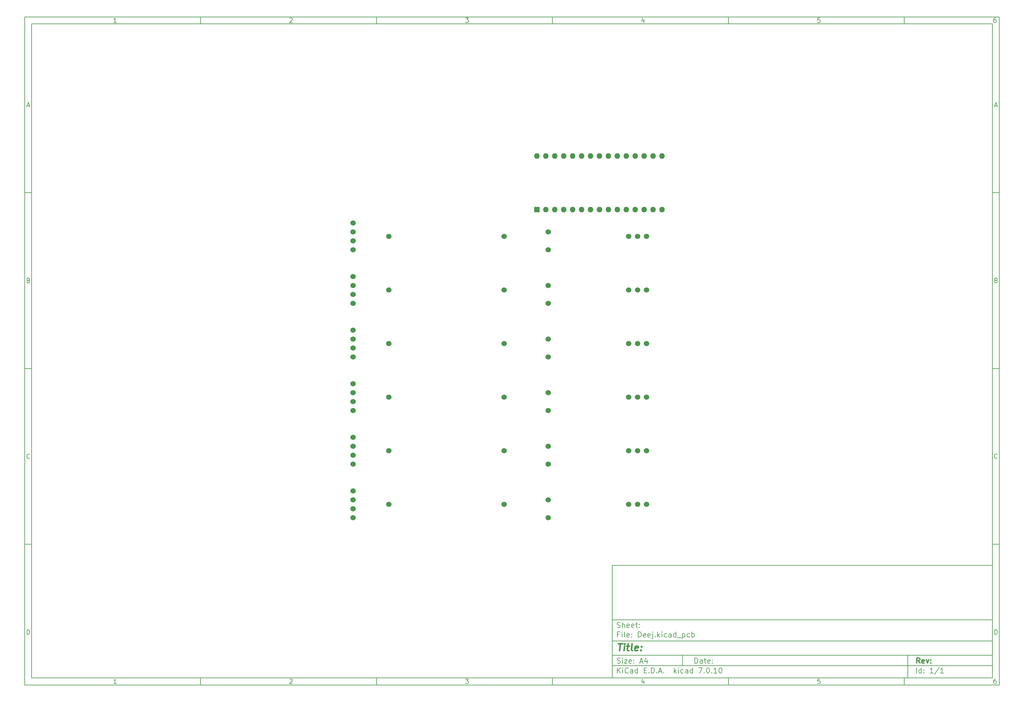
<source format=gbr>
%TF.GenerationSoftware,KiCad,Pcbnew,7.0.10*%
%TF.CreationDate,2024-01-20T21:13:39+08:00*%
%TF.ProjectId,Deej,4465656a-2e6b-4696-9361-645f70636258,rev?*%
%TF.SameCoordinates,Original*%
%TF.FileFunction,Soldermask,Bot*%
%TF.FilePolarity,Negative*%
%FSLAX46Y46*%
G04 Gerber Fmt 4.6, Leading zero omitted, Abs format (unit mm)*
G04 Created by KiCad (PCBNEW 7.0.10) date 2024-01-20 21:13:39*
%MOMM*%
%LPD*%
G01*
G04 APERTURE LIST*
%ADD10C,0.100000*%
%ADD11C,0.150000*%
%ADD12C,0.300000*%
%ADD13C,0.400000*%
%ADD14C,1.524000*%
%ADD15R,1.600000X1.600000*%
%ADD16O,1.600000X1.600000*%
G04 APERTURE END LIST*
D10*
D11*
X177002200Y-166007200D02*
X285002200Y-166007200D01*
X285002200Y-198007200D01*
X177002200Y-198007200D01*
X177002200Y-166007200D01*
D10*
D11*
X10000000Y-10000000D02*
X287002200Y-10000000D01*
X287002200Y-200007200D01*
X10000000Y-200007200D01*
X10000000Y-10000000D01*
D10*
D11*
X12000000Y-12000000D02*
X285002200Y-12000000D01*
X285002200Y-198007200D01*
X12000000Y-198007200D01*
X12000000Y-12000000D01*
D10*
D11*
X60000000Y-12000000D02*
X60000000Y-10000000D01*
D10*
D11*
X110000000Y-12000000D02*
X110000000Y-10000000D01*
D10*
D11*
X160000000Y-12000000D02*
X160000000Y-10000000D01*
D10*
D11*
X210000000Y-12000000D02*
X210000000Y-10000000D01*
D10*
D11*
X260000000Y-12000000D02*
X260000000Y-10000000D01*
D10*
D11*
X36089160Y-11593604D02*
X35346303Y-11593604D01*
X35717731Y-11593604D02*
X35717731Y-10293604D01*
X35717731Y-10293604D02*
X35593922Y-10479319D01*
X35593922Y-10479319D02*
X35470112Y-10603128D01*
X35470112Y-10603128D02*
X35346303Y-10665033D01*
D10*
D11*
X85346303Y-10417414D02*
X85408207Y-10355509D01*
X85408207Y-10355509D02*
X85532017Y-10293604D01*
X85532017Y-10293604D02*
X85841541Y-10293604D01*
X85841541Y-10293604D02*
X85965350Y-10355509D01*
X85965350Y-10355509D02*
X86027255Y-10417414D01*
X86027255Y-10417414D02*
X86089160Y-10541223D01*
X86089160Y-10541223D02*
X86089160Y-10665033D01*
X86089160Y-10665033D02*
X86027255Y-10850747D01*
X86027255Y-10850747D02*
X85284398Y-11593604D01*
X85284398Y-11593604D02*
X86089160Y-11593604D01*
D10*
D11*
X135284398Y-10293604D02*
X136089160Y-10293604D01*
X136089160Y-10293604D02*
X135655826Y-10788842D01*
X135655826Y-10788842D02*
X135841541Y-10788842D01*
X135841541Y-10788842D02*
X135965350Y-10850747D01*
X135965350Y-10850747D02*
X136027255Y-10912652D01*
X136027255Y-10912652D02*
X136089160Y-11036461D01*
X136089160Y-11036461D02*
X136089160Y-11345985D01*
X136089160Y-11345985D02*
X136027255Y-11469795D01*
X136027255Y-11469795D02*
X135965350Y-11531700D01*
X135965350Y-11531700D02*
X135841541Y-11593604D01*
X135841541Y-11593604D02*
X135470112Y-11593604D01*
X135470112Y-11593604D02*
X135346303Y-11531700D01*
X135346303Y-11531700D02*
X135284398Y-11469795D01*
D10*
D11*
X185965350Y-10726938D02*
X185965350Y-11593604D01*
X185655826Y-10231700D02*
X185346303Y-11160271D01*
X185346303Y-11160271D02*
X186151064Y-11160271D01*
D10*
D11*
X236027255Y-10293604D02*
X235408207Y-10293604D01*
X235408207Y-10293604D02*
X235346303Y-10912652D01*
X235346303Y-10912652D02*
X235408207Y-10850747D01*
X235408207Y-10850747D02*
X235532017Y-10788842D01*
X235532017Y-10788842D02*
X235841541Y-10788842D01*
X235841541Y-10788842D02*
X235965350Y-10850747D01*
X235965350Y-10850747D02*
X236027255Y-10912652D01*
X236027255Y-10912652D02*
X236089160Y-11036461D01*
X236089160Y-11036461D02*
X236089160Y-11345985D01*
X236089160Y-11345985D02*
X236027255Y-11469795D01*
X236027255Y-11469795D02*
X235965350Y-11531700D01*
X235965350Y-11531700D02*
X235841541Y-11593604D01*
X235841541Y-11593604D02*
X235532017Y-11593604D01*
X235532017Y-11593604D02*
X235408207Y-11531700D01*
X235408207Y-11531700D02*
X235346303Y-11469795D01*
D10*
D11*
X285965350Y-10293604D02*
X285717731Y-10293604D01*
X285717731Y-10293604D02*
X285593922Y-10355509D01*
X285593922Y-10355509D02*
X285532017Y-10417414D01*
X285532017Y-10417414D02*
X285408207Y-10603128D01*
X285408207Y-10603128D02*
X285346303Y-10850747D01*
X285346303Y-10850747D02*
X285346303Y-11345985D01*
X285346303Y-11345985D02*
X285408207Y-11469795D01*
X285408207Y-11469795D02*
X285470112Y-11531700D01*
X285470112Y-11531700D02*
X285593922Y-11593604D01*
X285593922Y-11593604D02*
X285841541Y-11593604D01*
X285841541Y-11593604D02*
X285965350Y-11531700D01*
X285965350Y-11531700D02*
X286027255Y-11469795D01*
X286027255Y-11469795D02*
X286089160Y-11345985D01*
X286089160Y-11345985D02*
X286089160Y-11036461D01*
X286089160Y-11036461D02*
X286027255Y-10912652D01*
X286027255Y-10912652D02*
X285965350Y-10850747D01*
X285965350Y-10850747D02*
X285841541Y-10788842D01*
X285841541Y-10788842D02*
X285593922Y-10788842D01*
X285593922Y-10788842D02*
X285470112Y-10850747D01*
X285470112Y-10850747D02*
X285408207Y-10912652D01*
X285408207Y-10912652D02*
X285346303Y-11036461D01*
D10*
D11*
X60000000Y-198007200D02*
X60000000Y-200007200D01*
D10*
D11*
X110000000Y-198007200D02*
X110000000Y-200007200D01*
D10*
D11*
X160000000Y-198007200D02*
X160000000Y-200007200D01*
D10*
D11*
X210000000Y-198007200D02*
X210000000Y-200007200D01*
D10*
D11*
X260000000Y-198007200D02*
X260000000Y-200007200D01*
D10*
D11*
X36089160Y-199600804D02*
X35346303Y-199600804D01*
X35717731Y-199600804D02*
X35717731Y-198300804D01*
X35717731Y-198300804D02*
X35593922Y-198486519D01*
X35593922Y-198486519D02*
X35470112Y-198610328D01*
X35470112Y-198610328D02*
X35346303Y-198672233D01*
D10*
D11*
X85346303Y-198424614D02*
X85408207Y-198362709D01*
X85408207Y-198362709D02*
X85532017Y-198300804D01*
X85532017Y-198300804D02*
X85841541Y-198300804D01*
X85841541Y-198300804D02*
X85965350Y-198362709D01*
X85965350Y-198362709D02*
X86027255Y-198424614D01*
X86027255Y-198424614D02*
X86089160Y-198548423D01*
X86089160Y-198548423D02*
X86089160Y-198672233D01*
X86089160Y-198672233D02*
X86027255Y-198857947D01*
X86027255Y-198857947D02*
X85284398Y-199600804D01*
X85284398Y-199600804D02*
X86089160Y-199600804D01*
D10*
D11*
X135284398Y-198300804D02*
X136089160Y-198300804D01*
X136089160Y-198300804D02*
X135655826Y-198796042D01*
X135655826Y-198796042D02*
X135841541Y-198796042D01*
X135841541Y-198796042D02*
X135965350Y-198857947D01*
X135965350Y-198857947D02*
X136027255Y-198919852D01*
X136027255Y-198919852D02*
X136089160Y-199043661D01*
X136089160Y-199043661D02*
X136089160Y-199353185D01*
X136089160Y-199353185D02*
X136027255Y-199476995D01*
X136027255Y-199476995D02*
X135965350Y-199538900D01*
X135965350Y-199538900D02*
X135841541Y-199600804D01*
X135841541Y-199600804D02*
X135470112Y-199600804D01*
X135470112Y-199600804D02*
X135346303Y-199538900D01*
X135346303Y-199538900D02*
X135284398Y-199476995D01*
D10*
D11*
X185965350Y-198734138D02*
X185965350Y-199600804D01*
X185655826Y-198238900D02*
X185346303Y-199167471D01*
X185346303Y-199167471D02*
X186151064Y-199167471D01*
D10*
D11*
X236027255Y-198300804D02*
X235408207Y-198300804D01*
X235408207Y-198300804D02*
X235346303Y-198919852D01*
X235346303Y-198919852D02*
X235408207Y-198857947D01*
X235408207Y-198857947D02*
X235532017Y-198796042D01*
X235532017Y-198796042D02*
X235841541Y-198796042D01*
X235841541Y-198796042D02*
X235965350Y-198857947D01*
X235965350Y-198857947D02*
X236027255Y-198919852D01*
X236027255Y-198919852D02*
X236089160Y-199043661D01*
X236089160Y-199043661D02*
X236089160Y-199353185D01*
X236089160Y-199353185D02*
X236027255Y-199476995D01*
X236027255Y-199476995D02*
X235965350Y-199538900D01*
X235965350Y-199538900D02*
X235841541Y-199600804D01*
X235841541Y-199600804D02*
X235532017Y-199600804D01*
X235532017Y-199600804D02*
X235408207Y-199538900D01*
X235408207Y-199538900D02*
X235346303Y-199476995D01*
D10*
D11*
X285965350Y-198300804D02*
X285717731Y-198300804D01*
X285717731Y-198300804D02*
X285593922Y-198362709D01*
X285593922Y-198362709D02*
X285532017Y-198424614D01*
X285532017Y-198424614D02*
X285408207Y-198610328D01*
X285408207Y-198610328D02*
X285346303Y-198857947D01*
X285346303Y-198857947D02*
X285346303Y-199353185D01*
X285346303Y-199353185D02*
X285408207Y-199476995D01*
X285408207Y-199476995D02*
X285470112Y-199538900D01*
X285470112Y-199538900D02*
X285593922Y-199600804D01*
X285593922Y-199600804D02*
X285841541Y-199600804D01*
X285841541Y-199600804D02*
X285965350Y-199538900D01*
X285965350Y-199538900D02*
X286027255Y-199476995D01*
X286027255Y-199476995D02*
X286089160Y-199353185D01*
X286089160Y-199353185D02*
X286089160Y-199043661D01*
X286089160Y-199043661D02*
X286027255Y-198919852D01*
X286027255Y-198919852D02*
X285965350Y-198857947D01*
X285965350Y-198857947D02*
X285841541Y-198796042D01*
X285841541Y-198796042D02*
X285593922Y-198796042D01*
X285593922Y-198796042D02*
X285470112Y-198857947D01*
X285470112Y-198857947D02*
X285408207Y-198919852D01*
X285408207Y-198919852D02*
X285346303Y-199043661D01*
D10*
D11*
X10000000Y-60000000D02*
X12000000Y-60000000D01*
D10*
D11*
X10000000Y-110000000D02*
X12000000Y-110000000D01*
D10*
D11*
X10000000Y-160000000D02*
X12000000Y-160000000D01*
D10*
D11*
X10690476Y-35222176D02*
X11309523Y-35222176D01*
X10566666Y-35593604D02*
X10999999Y-34293604D01*
X10999999Y-34293604D02*
X11433333Y-35593604D01*
D10*
D11*
X11092857Y-84912652D02*
X11278571Y-84974557D01*
X11278571Y-84974557D02*
X11340476Y-85036461D01*
X11340476Y-85036461D02*
X11402380Y-85160271D01*
X11402380Y-85160271D02*
X11402380Y-85345985D01*
X11402380Y-85345985D02*
X11340476Y-85469795D01*
X11340476Y-85469795D02*
X11278571Y-85531700D01*
X11278571Y-85531700D02*
X11154761Y-85593604D01*
X11154761Y-85593604D02*
X10659523Y-85593604D01*
X10659523Y-85593604D02*
X10659523Y-84293604D01*
X10659523Y-84293604D02*
X11092857Y-84293604D01*
X11092857Y-84293604D02*
X11216666Y-84355509D01*
X11216666Y-84355509D02*
X11278571Y-84417414D01*
X11278571Y-84417414D02*
X11340476Y-84541223D01*
X11340476Y-84541223D02*
X11340476Y-84665033D01*
X11340476Y-84665033D02*
X11278571Y-84788842D01*
X11278571Y-84788842D02*
X11216666Y-84850747D01*
X11216666Y-84850747D02*
X11092857Y-84912652D01*
X11092857Y-84912652D02*
X10659523Y-84912652D01*
D10*
D11*
X11402380Y-135469795D02*
X11340476Y-135531700D01*
X11340476Y-135531700D02*
X11154761Y-135593604D01*
X11154761Y-135593604D02*
X11030952Y-135593604D01*
X11030952Y-135593604D02*
X10845238Y-135531700D01*
X10845238Y-135531700D02*
X10721428Y-135407890D01*
X10721428Y-135407890D02*
X10659523Y-135284080D01*
X10659523Y-135284080D02*
X10597619Y-135036461D01*
X10597619Y-135036461D02*
X10597619Y-134850747D01*
X10597619Y-134850747D02*
X10659523Y-134603128D01*
X10659523Y-134603128D02*
X10721428Y-134479319D01*
X10721428Y-134479319D02*
X10845238Y-134355509D01*
X10845238Y-134355509D02*
X11030952Y-134293604D01*
X11030952Y-134293604D02*
X11154761Y-134293604D01*
X11154761Y-134293604D02*
X11340476Y-134355509D01*
X11340476Y-134355509D02*
X11402380Y-134417414D01*
D10*
D11*
X10659523Y-185593604D02*
X10659523Y-184293604D01*
X10659523Y-184293604D02*
X10969047Y-184293604D01*
X10969047Y-184293604D02*
X11154761Y-184355509D01*
X11154761Y-184355509D02*
X11278571Y-184479319D01*
X11278571Y-184479319D02*
X11340476Y-184603128D01*
X11340476Y-184603128D02*
X11402380Y-184850747D01*
X11402380Y-184850747D02*
X11402380Y-185036461D01*
X11402380Y-185036461D02*
X11340476Y-185284080D01*
X11340476Y-185284080D02*
X11278571Y-185407890D01*
X11278571Y-185407890D02*
X11154761Y-185531700D01*
X11154761Y-185531700D02*
X10969047Y-185593604D01*
X10969047Y-185593604D02*
X10659523Y-185593604D01*
D10*
D11*
X287002200Y-60000000D02*
X285002200Y-60000000D01*
D10*
D11*
X287002200Y-110000000D02*
X285002200Y-110000000D01*
D10*
D11*
X287002200Y-160000000D02*
X285002200Y-160000000D01*
D10*
D11*
X285692676Y-35222176D02*
X286311723Y-35222176D01*
X285568866Y-35593604D02*
X286002199Y-34293604D01*
X286002199Y-34293604D02*
X286435533Y-35593604D01*
D10*
D11*
X286095057Y-84912652D02*
X286280771Y-84974557D01*
X286280771Y-84974557D02*
X286342676Y-85036461D01*
X286342676Y-85036461D02*
X286404580Y-85160271D01*
X286404580Y-85160271D02*
X286404580Y-85345985D01*
X286404580Y-85345985D02*
X286342676Y-85469795D01*
X286342676Y-85469795D02*
X286280771Y-85531700D01*
X286280771Y-85531700D02*
X286156961Y-85593604D01*
X286156961Y-85593604D02*
X285661723Y-85593604D01*
X285661723Y-85593604D02*
X285661723Y-84293604D01*
X285661723Y-84293604D02*
X286095057Y-84293604D01*
X286095057Y-84293604D02*
X286218866Y-84355509D01*
X286218866Y-84355509D02*
X286280771Y-84417414D01*
X286280771Y-84417414D02*
X286342676Y-84541223D01*
X286342676Y-84541223D02*
X286342676Y-84665033D01*
X286342676Y-84665033D02*
X286280771Y-84788842D01*
X286280771Y-84788842D02*
X286218866Y-84850747D01*
X286218866Y-84850747D02*
X286095057Y-84912652D01*
X286095057Y-84912652D02*
X285661723Y-84912652D01*
D10*
D11*
X286404580Y-135469795D02*
X286342676Y-135531700D01*
X286342676Y-135531700D02*
X286156961Y-135593604D01*
X286156961Y-135593604D02*
X286033152Y-135593604D01*
X286033152Y-135593604D02*
X285847438Y-135531700D01*
X285847438Y-135531700D02*
X285723628Y-135407890D01*
X285723628Y-135407890D02*
X285661723Y-135284080D01*
X285661723Y-135284080D02*
X285599819Y-135036461D01*
X285599819Y-135036461D02*
X285599819Y-134850747D01*
X285599819Y-134850747D02*
X285661723Y-134603128D01*
X285661723Y-134603128D02*
X285723628Y-134479319D01*
X285723628Y-134479319D02*
X285847438Y-134355509D01*
X285847438Y-134355509D02*
X286033152Y-134293604D01*
X286033152Y-134293604D02*
X286156961Y-134293604D01*
X286156961Y-134293604D02*
X286342676Y-134355509D01*
X286342676Y-134355509D02*
X286404580Y-134417414D01*
D10*
D11*
X285661723Y-185593604D02*
X285661723Y-184293604D01*
X285661723Y-184293604D02*
X285971247Y-184293604D01*
X285971247Y-184293604D02*
X286156961Y-184355509D01*
X286156961Y-184355509D02*
X286280771Y-184479319D01*
X286280771Y-184479319D02*
X286342676Y-184603128D01*
X286342676Y-184603128D02*
X286404580Y-184850747D01*
X286404580Y-184850747D02*
X286404580Y-185036461D01*
X286404580Y-185036461D02*
X286342676Y-185284080D01*
X286342676Y-185284080D02*
X286280771Y-185407890D01*
X286280771Y-185407890D02*
X286156961Y-185531700D01*
X286156961Y-185531700D02*
X285971247Y-185593604D01*
X285971247Y-185593604D02*
X285661723Y-185593604D01*
D10*
D11*
X200458026Y-193793328D02*
X200458026Y-192293328D01*
X200458026Y-192293328D02*
X200815169Y-192293328D01*
X200815169Y-192293328D02*
X201029455Y-192364757D01*
X201029455Y-192364757D02*
X201172312Y-192507614D01*
X201172312Y-192507614D02*
X201243741Y-192650471D01*
X201243741Y-192650471D02*
X201315169Y-192936185D01*
X201315169Y-192936185D02*
X201315169Y-193150471D01*
X201315169Y-193150471D02*
X201243741Y-193436185D01*
X201243741Y-193436185D02*
X201172312Y-193579042D01*
X201172312Y-193579042D02*
X201029455Y-193721900D01*
X201029455Y-193721900D02*
X200815169Y-193793328D01*
X200815169Y-193793328D02*
X200458026Y-193793328D01*
X202600884Y-193793328D02*
X202600884Y-193007614D01*
X202600884Y-193007614D02*
X202529455Y-192864757D01*
X202529455Y-192864757D02*
X202386598Y-192793328D01*
X202386598Y-192793328D02*
X202100884Y-192793328D01*
X202100884Y-192793328D02*
X201958026Y-192864757D01*
X202600884Y-193721900D02*
X202458026Y-193793328D01*
X202458026Y-193793328D02*
X202100884Y-193793328D01*
X202100884Y-193793328D02*
X201958026Y-193721900D01*
X201958026Y-193721900D02*
X201886598Y-193579042D01*
X201886598Y-193579042D02*
X201886598Y-193436185D01*
X201886598Y-193436185D02*
X201958026Y-193293328D01*
X201958026Y-193293328D02*
X202100884Y-193221900D01*
X202100884Y-193221900D02*
X202458026Y-193221900D01*
X202458026Y-193221900D02*
X202600884Y-193150471D01*
X203100884Y-192793328D02*
X203672312Y-192793328D01*
X203315169Y-192293328D02*
X203315169Y-193579042D01*
X203315169Y-193579042D02*
X203386598Y-193721900D01*
X203386598Y-193721900D02*
X203529455Y-193793328D01*
X203529455Y-193793328D02*
X203672312Y-193793328D01*
X204743741Y-193721900D02*
X204600884Y-193793328D01*
X204600884Y-193793328D02*
X204315170Y-193793328D01*
X204315170Y-193793328D02*
X204172312Y-193721900D01*
X204172312Y-193721900D02*
X204100884Y-193579042D01*
X204100884Y-193579042D02*
X204100884Y-193007614D01*
X204100884Y-193007614D02*
X204172312Y-192864757D01*
X204172312Y-192864757D02*
X204315170Y-192793328D01*
X204315170Y-192793328D02*
X204600884Y-192793328D01*
X204600884Y-192793328D02*
X204743741Y-192864757D01*
X204743741Y-192864757D02*
X204815170Y-193007614D01*
X204815170Y-193007614D02*
X204815170Y-193150471D01*
X204815170Y-193150471D02*
X204100884Y-193293328D01*
X205458026Y-193650471D02*
X205529455Y-193721900D01*
X205529455Y-193721900D02*
X205458026Y-193793328D01*
X205458026Y-193793328D02*
X205386598Y-193721900D01*
X205386598Y-193721900D02*
X205458026Y-193650471D01*
X205458026Y-193650471D02*
X205458026Y-193793328D01*
X205458026Y-192864757D02*
X205529455Y-192936185D01*
X205529455Y-192936185D02*
X205458026Y-193007614D01*
X205458026Y-193007614D02*
X205386598Y-192936185D01*
X205386598Y-192936185D02*
X205458026Y-192864757D01*
X205458026Y-192864757D02*
X205458026Y-193007614D01*
D10*
D11*
X177002200Y-194507200D02*
X285002200Y-194507200D01*
D10*
D11*
X178458026Y-196593328D02*
X178458026Y-195093328D01*
X179315169Y-196593328D02*
X178672312Y-195736185D01*
X179315169Y-195093328D02*
X178458026Y-195950471D01*
X179958026Y-196593328D02*
X179958026Y-195593328D01*
X179958026Y-195093328D02*
X179886598Y-195164757D01*
X179886598Y-195164757D02*
X179958026Y-195236185D01*
X179958026Y-195236185D02*
X180029455Y-195164757D01*
X180029455Y-195164757D02*
X179958026Y-195093328D01*
X179958026Y-195093328D02*
X179958026Y-195236185D01*
X181529455Y-196450471D02*
X181458027Y-196521900D01*
X181458027Y-196521900D02*
X181243741Y-196593328D01*
X181243741Y-196593328D02*
X181100884Y-196593328D01*
X181100884Y-196593328D02*
X180886598Y-196521900D01*
X180886598Y-196521900D02*
X180743741Y-196379042D01*
X180743741Y-196379042D02*
X180672312Y-196236185D01*
X180672312Y-196236185D02*
X180600884Y-195950471D01*
X180600884Y-195950471D02*
X180600884Y-195736185D01*
X180600884Y-195736185D02*
X180672312Y-195450471D01*
X180672312Y-195450471D02*
X180743741Y-195307614D01*
X180743741Y-195307614D02*
X180886598Y-195164757D01*
X180886598Y-195164757D02*
X181100884Y-195093328D01*
X181100884Y-195093328D02*
X181243741Y-195093328D01*
X181243741Y-195093328D02*
X181458027Y-195164757D01*
X181458027Y-195164757D02*
X181529455Y-195236185D01*
X182815170Y-196593328D02*
X182815170Y-195807614D01*
X182815170Y-195807614D02*
X182743741Y-195664757D01*
X182743741Y-195664757D02*
X182600884Y-195593328D01*
X182600884Y-195593328D02*
X182315170Y-195593328D01*
X182315170Y-195593328D02*
X182172312Y-195664757D01*
X182815170Y-196521900D02*
X182672312Y-196593328D01*
X182672312Y-196593328D02*
X182315170Y-196593328D01*
X182315170Y-196593328D02*
X182172312Y-196521900D01*
X182172312Y-196521900D02*
X182100884Y-196379042D01*
X182100884Y-196379042D02*
X182100884Y-196236185D01*
X182100884Y-196236185D02*
X182172312Y-196093328D01*
X182172312Y-196093328D02*
X182315170Y-196021900D01*
X182315170Y-196021900D02*
X182672312Y-196021900D01*
X182672312Y-196021900D02*
X182815170Y-195950471D01*
X184172313Y-196593328D02*
X184172313Y-195093328D01*
X184172313Y-196521900D02*
X184029455Y-196593328D01*
X184029455Y-196593328D02*
X183743741Y-196593328D01*
X183743741Y-196593328D02*
X183600884Y-196521900D01*
X183600884Y-196521900D02*
X183529455Y-196450471D01*
X183529455Y-196450471D02*
X183458027Y-196307614D01*
X183458027Y-196307614D02*
X183458027Y-195879042D01*
X183458027Y-195879042D02*
X183529455Y-195736185D01*
X183529455Y-195736185D02*
X183600884Y-195664757D01*
X183600884Y-195664757D02*
X183743741Y-195593328D01*
X183743741Y-195593328D02*
X184029455Y-195593328D01*
X184029455Y-195593328D02*
X184172313Y-195664757D01*
X186029455Y-195807614D02*
X186529455Y-195807614D01*
X186743741Y-196593328D02*
X186029455Y-196593328D01*
X186029455Y-196593328D02*
X186029455Y-195093328D01*
X186029455Y-195093328D02*
X186743741Y-195093328D01*
X187386598Y-196450471D02*
X187458027Y-196521900D01*
X187458027Y-196521900D02*
X187386598Y-196593328D01*
X187386598Y-196593328D02*
X187315170Y-196521900D01*
X187315170Y-196521900D02*
X187386598Y-196450471D01*
X187386598Y-196450471D02*
X187386598Y-196593328D01*
X188100884Y-196593328D02*
X188100884Y-195093328D01*
X188100884Y-195093328D02*
X188458027Y-195093328D01*
X188458027Y-195093328D02*
X188672313Y-195164757D01*
X188672313Y-195164757D02*
X188815170Y-195307614D01*
X188815170Y-195307614D02*
X188886599Y-195450471D01*
X188886599Y-195450471D02*
X188958027Y-195736185D01*
X188958027Y-195736185D02*
X188958027Y-195950471D01*
X188958027Y-195950471D02*
X188886599Y-196236185D01*
X188886599Y-196236185D02*
X188815170Y-196379042D01*
X188815170Y-196379042D02*
X188672313Y-196521900D01*
X188672313Y-196521900D02*
X188458027Y-196593328D01*
X188458027Y-196593328D02*
X188100884Y-196593328D01*
X189600884Y-196450471D02*
X189672313Y-196521900D01*
X189672313Y-196521900D02*
X189600884Y-196593328D01*
X189600884Y-196593328D02*
X189529456Y-196521900D01*
X189529456Y-196521900D02*
X189600884Y-196450471D01*
X189600884Y-196450471D02*
X189600884Y-196593328D01*
X190243742Y-196164757D02*
X190958028Y-196164757D01*
X190100885Y-196593328D02*
X190600885Y-195093328D01*
X190600885Y-195093328D02*
X191100885Y-196593328D01*
X191600884Y-196450471D02*
X191672313Y-196521900D01*
X191672313Y-196521900D02*
X191600884Y-196593328D01*
X191600884Y-196593328D02*
X191529456Y-196521900D01*
X191529456Y-196521900D02*
X191600884Y-196450471D01*
X191600884Y-196450471D02*
X191600884Y-196593328D01*
X194600884Y-196593328D02*
X194600884Y-195093328D01*
X194743742Y-196021900D02*
X195172313Y-196593328D01*
X195172313Y-195593328D02*
X194600884Y-196164757D01*
X195815170Y-196593328D02*
X195815170Y-195593328D01*
X195815170Y-195093328D02*
X195743742Y-195164757D01*
X195743742Y-195164757D02*
X195815170Y-195236185D01*
X195815170Y-195236185D02*
X195886599Y-195164757D01*
X195886599Y-195164757D02*
X195815170Y-195093328D01*
X195815170Y-195093328D02*
X195815170Y-195236185D01*
X197172314Y-196521900D02*
X197029456Y-196593328D01*
X197029456Y-196593328D02*
X196743742Y-196593328D01*
X196743742Y-196593328D02*
X196600885Y-196521900D01*
X196600885Y-196521900D02*
X196529456Y-196450471D01*
X196529456Y-196450471D02*
X196458028Y-196307614D01*
X196458028Y-196307614D02*
X196458028Y-195879042D01*
X196458028Y-195879042D02*
X196529456Y-195736185D01*
X196529456Y-195736185D02*
X196600885Y-195664757D01*
X196600885Y-195664757D02*
X196743742Y-195593328D01*
X196743742Y-195593328D02*
X197029456Y-195593328D01*
X197029456Y-195593328D02*
X197172314Y-195664757D01*
X198458028Y-196593328D02*
X198458028Y-195807614D01*
X198458028Y-195807614D02*
X198386599Y-195664757D01*
X198386599Y-195664757D02*
X198243742Y-195593328D01*
X198243742Y-195593328D02*
X197958028Y-195593328D01*
X197958028Y-195593328D02*
X197815170Y-195664757D01*
X198458028Y-196521900D02*
X198315170Y-196593328D01*
X198315170Y-196593328D02*
X197958028Y-196593328D01*
X197958028Y-196593328D02*
X197815170Y-196521900D01*
X197815170Y-196521900D02*
X197743742Y-196379042D01*
X197743742Y-196379042D02*
X197743742Y-196236185D01*
X197743742Y-196236185D02*
X197815170Y-196093328D01*
X197815170Y-196093328D02*
X197958028Y-196021900D01*
X197958028Y-196021900D02*
X198315170Y-196021900D01*
X198315170Y-196021900D02*
X198458028Y-195950471D01*
X199815171Y-196593328D02*
X199815171Y-195093328D01*
X199815171Y-196521900D02*
X199672313Y-196593328D01*
X199672313Y-196593328D02*
X199386599Y-196593328D01*
X199386599Y-196593328D02*
X199243742Y-196521900D01*
X199243742Y-196521900D02*
X199172313Y-196450471D01*
X199172313Y-196450471D02*
X199100885Y-196307614D01*
X199100885Y-196307614D02*
X199100885Y-195879042D01*
X199100885Y-195879042D02*
X199172313Y-195736185D01*
X199172313Y-195736185D02*
X199243742Y-195664757D01*
X199243742Y-195664757D02*
X199386599Y-195593328D01*
X199386599Y-195593328D02*
X199672313Y-195593328D01*
X199672313Y-195593328D02*
X199815171Y-195664757D01*
X201529456Y-195093328D02*
X202529456Y-195093328D01*
X202529456Y-195093328D02*
X201886599Y-196593328D01*
X203100884Y-196450471D02*
X203172313Y-196521900D01*
X203172313Y-196521900D02*
X203100884Y-196593328D01*
X203100884Y-196593328D02*
X203029456Y-196521900D01*
X203029456Y-196521900D02*
X203100884Y-196450471D01*
X203100884Y-196450471D02*
X203100884Y-196593328D01*
X204100885Y-195093328D02*
X204243742Y-195093328D01*
X204243742Y-195093328D02*
X204386599Y-195164757D01*
X204386599Y-195164757D02*
X204458028Y-195236185D01*
X204458028Y-195236185D02*
X204529456Y-195379042D01*
X204529456Y-195379042D02*
X204600885Y-195664757D01*
X204600885Y-195664757D02*
X204600885Y-196021900D01*
X204600885Y-196021900D02*
X204529456Y-196307614D01*
X204529456Y-196307614D02*
X204458028Y-196450471D01*
X204458028Y-196450471D02*
X204386599Y-196521900D01*
X204386599Y-196521900D02*
X204243742Y-196593328D01*
X204243742Y-196593328D02*
X204100885Y-196593328D01*
X204100885Y-196593328D02*
X203958028Y-196521900D01*
X203958028Y-196521900D02*
X203886599Y-196450471D01*
X203886599Y-196450471D02*
X203815170Y-196307614D01*
X203815170Y-196307614D02*
X203743742Y-196021900D01*
X203743742Y-196021900D02*
X203743742Y-195664757D01*
X203743742Y-195664757D02*
X203815170Y-195379042D01*
X203815170Y-195379042D02*
X203886599Y-195236185D01*
X203886599Y-195236185D02*
X203958028Y-195164757D01*
X203958028Y-195164757D02*
X204100885Y-195093328D01*
X205243741Y-196450471D02*
X205315170Y-196521900D01*
X205315170Y-196521900D02*
X205243741Y-196593328D01*
X205243741Y-196593328D02*
X205172313Y-196521900D01*
X205172313Y-196521900D02*
X205243741Y-196450471D01*
X205243741Y-196450471D02*
X205243741Y-196593328D01*
X206743742Y-196593328D02*
X205886599Y-196593328D01*
X206315170Y-196593328D02*
X206315170Y-195093328D01*
X206315170Y-195093328D02*
X206172313Y-195307614D01*
X206172313Y-195307614D02*
X206029456Y-195450471D01*
X206029456Y-195450471D02*
X205886599Y-195521900D01*
X207672313Y-195093328D02*
X207815170Y-195093328D01*
X207815170Y-195093328D02*
X207958027Y-195164757D01*
X207958027Y-195164757D02*
X208029456Y-195236185D01*
X208029456Y-195236185D02*
X208100884Y-195379042D01*
X208100884Y-195379042D02*
X208172313Y-195664757D01*
X208172313Y-195664757D02*
X208172313Y-196021900D01*
X208172313Y-196021900D02*
X208100884Y-196307614D01*
X208100884Y-196307614D02*
X208029456Y-196450471D01*
X208029456Y-196450471D02*
X207958027Y-196521900D01*
X207958027Y-196521900D02*
X207815170Y-196593328D01*
X207815170Y-196593328D02*
X207672313Y-196593328D01*
X207672313Y-196593328D02*
X207529456Y-196521900D01*
X207529456Y-196521900D02*
X207458027Y-196450471D01*
X207458027Y-196450471D02*
X207386598Y-196307614D01*
X207386598Y-196307614D02*
X207315170Y-196021900D01*
X207315170Y-196021900D02*
X207315170Y-195664757D01*
X207315170Y-195664757D02*
X207386598Y-195379042D01*
X207386598Y-195379042D02*
X207458027Y-195236185D01*
X207458027Y-195236185D02*
X207529456Y-195164757D01*
X207529456Y-195164757D02*
X207672313Y-195093328D01*
D10*
D11*
X177002200Y-191507200D02*
X285002200Y-191507200D01*
D10*
D12*
X264413853Y-193785528D02*
X263913853Y-193071242D01*
X263556710Y-193785528D02*
X263556710Y-192285528D01*
X263556710Y-192285528D02*
X264128139Y-192285528D01*
X264128139Y-192285528D02*
X264270996Y-192356957D01*
X264270996Y-192356957D02*
X264342425Y-192428385D01*
X264342425Y-192428385D02*
X264413853Y-192571242D01*
X264413853Y-192571242D02*
X264413853Y-192785528D01*
X264413853Y-192785528D02*
X264342425Y-192928385D01*
X264342425Y-192928385D02*
X264270996Y-192999814D01*
X264270996Y-192999814D02*
X264128139Y-193071242D01*
X264128139Y-193071242D02*
X263556710Y-193071242D01*
X265628139Y-193714100D02*
X265485282Y-193785528D01*
X265485282Y-193785528D02*
X265199568Y-193785528D01*
X265199568Y-193785528D02*
X265056710Y-193714100D01*
X265056710Y-193714100D02*
X264985282Y-193571242D01*
X264985282Y-193571242D02*
X264985282Y-192999814D01*
X264985282Y-192999814D02*
X265056710Y-192856957D01*
X265056710Y-192856957D02*
X265199568Y-192785528D01*
X265199568Y-192785528D02*
X265485282Y-192785528D01*
X265485282Y-192785528D02*
X265628139Y-192856957D01*
X265628139Y-192856957D02*
X265699568Y-192999814D01*
X265699568Y-192999814D02*
X265699568Y-193142671D01*
X265699568Y-193142671D02*
X264985282Y-193285528D01*
X266199567Y-192785528D02*
X266556710Y-193785528D01*
X266556710Y-193785528D02*
X266913853Y-192785528D01*
X267485281Y-193642671D02*
X267556710Y-193714100D01*
X267556710Y-193714100D02*
X267485281Y-193785528D01*
X267485281Y-193785528D02*
X267413853Y-193714100D01*
X267413853Y-193714100D02*
X267485281Y-193642671D01*
X267485281Y-193642671D02*
X267485281Y-193785528D01*
X267485281Y-192856957D02*
X267556710Y-192928385D01*
X267556710Y-192928385D02*
X267485281Y-192999814D01*
X267485281Y-192999814D02*
X267413853Y-192928385D01*
X267413853Y-192928385D02*
X267485281Y-192856957D01*
X267485281Y-192856957D02*
X267485281Y-192999814D01*
D10*
D11*
X178386598Y-193721900D02*
X178600884Y-193793328D01*
X178600884Y-193793328D02*
X178958026Y-193793328D01*
X178958026Y-193793328D02*
X179100884Y-193721900D01*
X179100884Y-193721900D02*
X179172312Y-193650471D01*
X179172312Y-193650471D02*
X179243741Y-193507614D01*
X179243741Y-193507614D02*
X179243741Y-193364757D01*
X179243741Y-193364757D02*
X179172312Y-193221900D01*
X179172312Y-193221900D02*
X179100884Y-193150471D01*
X179100884Y-193150471D02*
X178958026Y-193079042D01*
X178958026Y-193079042D02*
X178672312Y-193007614D01*
X178672312Y-193007614D02*
X178529455Y-192936185D01*
X178529455Y-192936185D02*
X178458026Y-192864757D01*
X178458026Y-192864757D02*
X178386598Y-192721900D01*
X178386598Y-192721900D02*
X178386598Y-192579042D01*
X178386598Y-192579042D02*
X178458026Y-192436185D01*
X178458026Y-192436185D02*
X178529455Y-192364757D01*
X178529455Y-192364757D02*
X178672312Y-192293328D01*
X178672312Y-192293328D02*
X179029455Y-192293328D01*
X179029455Y-192293328D02*
X179243741Y-192364757D01*
X179886597Y-193793328D02*
X179886597Y-192793328D01*
X179886597Y-192293328D02*
X179815169Y-192364757D01*
X179815169Y-192364757D02*
X179886597Y-192436185D01*
X179886597Y-192436185D02*
X179958026Y-192364757D01*
X179958026Y-192364757D02*
X179886597Y-192293328D01*
X179886597Y-192293328D02*
X179886597Y-192436185D01*
X180458026Y-192793328D02*
X181243741Y-192793328D01*
X181243741Y-192793328D02*
X180458026Y-193793328D01*
X180458026Y-193793328D02*
X181243741Y-193793328D01*
X182386598Y-193721900D02*
X182243741Y-193793328D01*
X182243741Y-193793328D02*
X181958027Y-193793328D01*
X181958027Y-193793328D02*
X181815169Y-193721900D01*
X181815169Y-193721900D02*
X181743741Y-193579042D01*
X181743741Y-193579042D02*
X181743741Y-193007614D01*
X181743741Y-193007614D02*
X181815169Y-192864757D01*
X181815169Y-192864757D02*
X181958027Y-192793328D01*
X181958027Y-192793328D02*
X182243741Y-192793328D01*
X182243741Y-192793328D02*
X182386598Y-192864757D01*
X182386598Y-192864757D02*
X182458027Y-193007614D01*
X182458027Y-193007614D02*
X182458027Y-193150471D01*
X182458027Y-193150471D02*
X181743741Y-193293328D01*
X183100883Y-193650471D02*
X183172312Y-193721900D01*
X183172312Y-193721900D02*
X183100883Y-193793328D01*
X183100883Y-193793328D02*
X183029455Y-193721900D01*
X183029455Y-193721900D02*
X183100883Y-193650471D01*
X183100883Y-193650471D02*
X183100883Y-193793328D01*
X183100883Y-192864757D02*
X183172312Y-192936185D01*
X183172312Y-192936185D02*
X183100883Y-193007614D01*
X183100883Y-193007614D02*
X183029455Y-192936185D01*
X183029455Y-192936185D02*
X183100883Y-192864757D01*
X183100883Y-192864757D02*
X183100883Y-193007614D01*
X184886598Y-193364757D02*
X185600884Y-193364757D01*
X184743741Y-193793328D02*
X185243741Y-192293328D01*
X185243741Y-192293328D02*
X185743741Y-193793328D01*
X186886598Y-192793328D02*
X186886598Y-193793328D01*
X186529455Y-192221900D02*
X186172312Y-193293328D01*
X186172312Y-193293328D02*
X187100883Y-193293328D01*
D10*
D11*
X263458026Y-196593328D02*
X263458026Y-195093328D01*
X264815170Y-196593328D02*
X264815170Y-195093328D01*
X264815170Y-196521900D02*
X264672312Y-196593328D01*
X264672312Y-196593328D02*
X264386598Y-196593328D01*
X264386598Y-196593328D02*
X264243741Y-196521900D01*
X264243741Y-196521900D02*
X264172312Y-196450471D01*
X264172312Y-196450471D02*
X264100884Y-196307614D01*
X264100884Y-196307614D02*
X264100884Y-195879042D01*
X264100884Y-195879042D02*
X264172312Y-195736185D01*
X264172312Y-195736185D02*
X264243741Y-195664757D01*
X264243741Y-195664757D02*
X264386598Y-195593328D01*
X264386598Y-195593328D02*
X264672312Y-195593328D01*
X264672312Y-195593328D02*
X264815170Y-195664757D01*
X265529455Y-196450471D02*
X265600884Y-196521900D01*
X265600884Y-196521900D02*
X265529455Y-196593328D01*
X265529455Y-196593328D02*
X265458027Y-196521900D01*
X265458027Y-196521900D02*
X265529455Y-196450471D01*
X265529455Y-196450471D02*
X265529455Y-196593328D01*
X265529455Y-195664757D02*
X265600884Y-195736185D01*
X265600884Y-195736185D02*
X265529455Y-195807614D01*
X265529455Y-195807614D02*
X265458027Y-195736185D01*
X265458027Y-195736185D02*
X265529455Y-195664757D01*
X265529455Y-195664757D02*
X265529455Y-195807614D01*
X268172313Y-196593328D02*
X267315170Y-196593328D01*
X267743741Y-196593328D02*
X267743741Y-195093328D01*
X267743741Y-195093328D02*
X267600884Y-195307614D01*
X267600884Y-195307614D02*
X267458027Y-195450471D01*
X267458027Y-195450471D02*
X267315170Y-195521900D01*
X269886598Y-195021900D02*
X268600884Y-196950471D01*
X271172313Y-196593328D02*
X270315170Y-196593328D01*
X270743741Y-196593328D02*
X270743741Y-195093328D01*
X270743741Y-195093328D02*
X270600884Y-195307614D01*
X270600884Y-195307614D02*
X270458027Y-195450471D01*
X270458027Y-195450471D02*
X270315170Y-195521900D01*
D10*
D11*
X177002200Y-187507200D02*
X285002200Y-187507200D01*
D10*
D13*
X178693928Y-188211638D02*
X179836785Y-188211638D01*
X179015357Y-190211638D02*
X179265357Y-188211638D01*
X180253452Y-190211638D02*
X180420119Y-188878304D01*
X180503452Y-188211638D02*
X180396309Y-188306876D01*
X180396309Y-188306876D02*
X180479643Y-188402114D01*
X180479643Y-188402114D02*
X180586786Y-188306876D01*
X180586786Y-188306876D02*
X180503452Y-188211638D01*
X180503452Y-188211638D02*
X180479643Y-188402114D01*
X181086786Y-188878304D02*
X181848690Y-188878304D01*
X181455833Y-188211638D02*
X181241548Y-189925923D01*
X181241548Y-189925923D02*
X181312976Y-190116400D01*
X181312976Y-190116400D02*
X181491548Y-190211638D01*
X181491548Y-190211638D02*
X181682024Y-190211638D01*
X182634405Y-190211638D02*
X182455833Y-190116400D01*
X182455833Y-190116400D02*
X182384405Y-189925923D01*
X182384405Y-189925923D02*
X182598690Y-188211638D01*
X184170119Y-190116400D02*
X183967738Y-190211638D01*
X183967738Y-190211638D02*
X183586785Y-190211638D01*
X183586785Y-190211638D02*
X183408214Y-190116400D01*
X183408214Y-190116400D02*
X183336785Y-189925923D01*
X183336785Y-189925923D02*
X183432024Y-189164019D01*
X183432024Y-189164019D02*
X183551071Y-188973542D01*
X183551071Y-188973542D02*
X183753452Y-188878304D01*
X183753452Y-188878304D02*
X184134404Y-188878304D01*
X184134404Y-188878304D02*
X184312976Y-188973542D01*
X184312976Y-188973542D02*
X184384404Y-189164019D01*
X184384404Y-189164019D02*
X184360595Y-189354495D01*
X184360595Y-189354495D02*
X183384404Y-189544971D01*
X185134405Y-190021161D02*
X185217738Y-190116400D01*
X185217738Y-190116400D02*
X185110595Y-190211638D01*
X185110595Y-190211638D02*
X185027262Y-190116400D01*
X185027262Y-190116400D02*
X185134405Y-190021161D01*
X185134405Y-190021161D02*
X185110595Y-190211638D01*
X185265357Y-188973542D02*
X185348690Y-189068780D01*
X185348690Y-189068780D02*
X185241548Y-189164019D01*
X185241548Y-189164019D02*
X185158214Y-189068780D01*
X185158214Y-189068780D02*
X185265357Y-188973542D01*
X185265357Y-188973542D02*
X185241548Y-189164019D01*
D10*
D11*
X178958026Y-185607614D02*
X178458026Y-185607614D01*
X178458026Y-186393328D02*
X178458026Y-184893328D01*
X178458026Y-184893328D02*
X179172312Y-184893328D01*
X179743740Y-186393328D02*
X179743740Y-185393328D01*
X179743740Y-184893328D02*
X179672312Y-184964757D01*
X179672312Y-184964757D02*
X179743740Y-185036185D01*
X179743740Y-185036185D02*
X179815169Y-184964757D01*
X179815169Y-184964757D02*
X179743740Y-184893328D01*
X179743740Y-184893328D02*
X179743740Y-185036185D01*
X180672312Y-186393328D02*
X180529455Y-186321900D01*
X180529455Y-186321900D02*
X180458026Y-186179042D01*
X180458026Y-186179042D02*
X180458026Y-184893328D01*
X181815169Y-186321900D02*
X181672312Y-186393328D01*
X181672312Y-186393328D02*
X181386598Y-186393328D01*
X181386598Y-186393328D02*
X181243740Y-186321900D01*
X181243740Y-186321900D02*
X181172312Y-186179042D01*
X181172312Y-186179042D02*
X181172312Y-185607614D01*
X181172312Y-185607614D02*
X181243740Y-185464757D01*
X181243740Y-185464757D02*
X181386598Y-185393328D01*
X181386598Y-185393328D02*
X181672312Y-185393328D01*
X181672312Y-185393328D02*
X181815169Y-185464757D01*
X181815169Y-185464757D02*
X181886598Y-185607614D01*
X181886598Y-185607614D02*
X181886598Y-185750471D01*
X181886598Y-185750471D02*
X181172312Y-185893328D01*
X182529454Y-186250471D02*
X182600883Y-186321900D01*
X182600883Y-186321900D02*
X182529454Y-186393328D01*
X182529454Y-186393328D02*
X182458026Y-186321900D01*
X182458026Y-186321900D02*
X182529454Y-186250471D01*
X182529454Y-186250471D02*
X182529454Y-186393328D01*
X182529454Y-185464757D02*
X182600883Y-185536185D01*
X182600883Y-185536185D02*
X182529454Y-185607614D01*
X182529454Y-185607614D02*
X182458026Y-185536185D01*
X182458026Y-185536185D02*
X182529454Y-185464757D01*
X182529454Y-185464757D02*
X182529454Y-185607614D01*
X184386597Y-186393328D02*
X184386597Y-184893328D01*
X184386597Y-184893328D02*
X184743740Y-184893328D01*
X184743740Y-184893328D02*
X184958026Y-184964757D01*
X184958026Y-184964757D02*
X185100883Y-185107614D01*
X185100883Y-185107614D02*
X185172312Y-185250471D01*
X185172312Y-185250471D02*
X185243740Y-185536185D01*
X185243740Y-185536185D02*
X185243740Y-185750471D01*
X185243740Y-185750471D02*
X185172312Y-186036185D01*
X185172312Y-186036185D02*
X185100883Y-186179042D01*
X185100883Y-186179042D02*
X184958026Y-186321900D01*
X184958026Y-186321900D02*
X184743740Y-186393328D01*
X184743740Y-186393328D02*
X184386597Y-186393328D01*
X186458026Y-186321900D02*
X186315169Y-186393328D01*
X186315169Y-186393328D02*
X186029455Y-186393328D01*
X186029455Y-186393328D02*
X185886597Y-186321900D01*
X185886597Y-186321900D02*
X185815169Y-186179042D01*
X185815169Y-186179042D02*
X185815169Y-185607614D01*
X185815169Y-185607614D02*
X185886597Y-185464757D01*
X185886597Y-185464757D02*
X186029455Y-185393328D01*
X186029455Y-185393328D02*
X186315169Y-185393328D01*
X186315169Y-185393328D02*
X186458026Y-185464757D01*
X186458026Y-185464757D02*
X186529455Y-185607614D01*
X186529455Y-185607614D02*
X186529455Y-185750471D01*
X186529455Y-185750471D02*
X185815169Y-185893328D01*
X187743740Y-186321900D02*
X187600883Y-186393328D01*
X187600883Y-186393328D02*
X187315169Y-186393328D01*
X187315169Y-186393328D02*
X187172311Y-186321900D01*
X187172311Y-186321900D02*
X187100883Y-186179042D01*
X187100883Y-186179042D02*
X187100883Y-185607614D01*
X187100883Y-185607614D02*
X187172311Y-185464757D01*
X187172311Y-185464757D02*
X187315169Y-185393328D01*
X187315169Y-185393328D02*
X187600883Y-185393328D01*
X187600883Y-185393328D02*
X187743740Y-185464757D01*
X187743740Y-185464757D02*
X187815169Y-185607614D01*
X187815169Y-185607614D02*
X187815169Y-185750471D01*
X187815169Y-185750471D02*
X187100883Y-185893328D01*
X188458025Y-185393328D02*
X188458025Y-186679042D01*
X188458025Y-186679042D02*
X188386597Y-186821900D01*
X188386597Y-186821900D02*
X188243740Y-186893328D01*
X188243740Y-186893328D02*
X188172311Y-186893328D01*
X188458025Y-184893328D02*
X188386597Y-184964757D01*
X188386597Y-184964757D02*
X188458025Y-185036185D01*
X188458025Y-185036185D02*
X188529454Y-184964757D01*
X188529454Y-184964757D02*
X188458025Y-184893328D01*
X188458025Y-184893328D02*
X188458025Y-185036185D01*
X189172311Y-186250471D02*
X189243740Y-186321900D01*
X189243740Y-186321900D02*
X189172311Y-186393328D01*
X189172311Y-186393328D02*
X189100883Y-186321900D01*
X189100883Y-186321900D02*
X189172311Y-186250471D01*
X189172311Y-186250471D02*
X189172311Y-186393328D01*
X189886597Y-186393328D02*
X189886597Y-184893328D01*
X190029455Y-185821900D02*
X190458026Y-186393328D01*
X190458026Y-185393328D02*
X189886597Y-185964757D01*
X191100883Y-186393328D02*
X191100883Y-185393328D01*
X191100883Y-184893328D02*
X191029455Y-184964757D01*
X191029455Y-184964757D02*
X191100883Y-185036185D01*
X191100883Y-185036185D02*
X191172312Y-184964757D01*
X191172312Y-184964757D02*
X191100883Y-184893328D01*
X191100883Y-184893328D02*
X191100883Y-185036185D01*
X192458027Y-186321900D02*
X192315169Y-186393328D01*
X192315169Y-186393328D02*
X192029455Y-186393328D01*
X192029455Y-186393328D02*
X191886598Y-186321900D01*
X191886598Y-186321900D02*
X191815169Y-186250471D01*
X191815169Y-186250471D02*
X191743741Y-186107614D01*
X191743741Y-186107614D02*
X191743741Y-185679042D01*
X191743741Y-185679042D02*
X191815169Y-185536185D01*
X191815169Y-185536185D02*
X191886598Y-185464757D01*
X191886598Y-185464757D02*
X192029455Y-185393328D01*
X192029455Y-185393328D02*
X192315169Y-185393328D01*
X192315169Y-185393328D02*
X192458027Y-185464757D01*
X193743741Y-186393328D02*
X193743741Y-185607614D01*
X193743741Y-185607614D02*
X193672312Y-185464757D01*
X193672312Y-185464757D02*
X193529455Y-185393328D01*
X193529455Y-185393328D02*
X193243741Y-185393328D01*
X193243741Y-185393328D02*
X193100883Y-185464757D01*
X193743741Y-186321900D02*
X193600883Y-186393328D01*
X193600883Y-186393328D02*
X193243741Y-186393328D01*
X193243741Y-186393328D02*
X193100883Y-186321900D01*
X193100883Y-186321900D02*
X193029455Y-186179042D01*
X193029455Y-186179042D02*
X193029455Y-186036185D01*
X193029455Y-186036185D02*
X193100883Y-185893328D01*
X193100883Y-185893328D02*
X193243741Y-185821900D01*
X193243741Y-185821900D02*
X193600883Y-185821900D01*
X193600883Y-185821900D02*
X193743741Y-185750471D01*
X195100884Y-186393328D02*
X195100884Y-184893328D01*
X195100884Y-186321900D02*
X194958026Y-186393328D01*
X194958026Y-186393328D02*
X194672312Y-186393328D01*
X194672312Y-186393328D02*
X194529455Y-186321900D01*
X194529455Y-186321900D02*
X194458026Y-186250471D01*
X194458026Y-186250471D02*
X194386598Y-186107614D01*
X194386598Y-186107614D02*
X194386598Y-185679042D01*
X194386598Y-185679042D02*
X194458026Y-185536185D01*
X194458026Y-185536185D02*
X194529455Y-185464757D01*
X194529455Y-185464757D02*
X194672312Y-185393328D01*
X194672312Y-185393328D02*
X194958026Y-185393328D01*
X194958026Y-185393328D02*
X195100884Y-185464757D01*
X195458027Y-186536185D02*
X196600884Y-186536185D01*
X196958026Y-185393328D02*
X196958026Y-186893328D01*
X196958026Y-185464757D02*
X197100884Y-185393328D01*
X197100884Y-185393328D02*
X197386598Y-185393328D01*
X197386598Y-185393328D02*
X197529455Y-185464757D01*
X197529455Y-185464757D02*
X197600884Y-185536185D01*
X197600884Y-185536185D02*
X197672312Y-185679042D01*
X197672312Y-185679042D02*
X197672312Y-186107614D01*
X197672312Y-186107614D02*
X197600884Y-186250471D01*
X197600884Y-186250471D02*
X197529455Y-186321900D01*
X197529455Y-186321900D02*
X197386598Y-186393328D01*
X197386598Y-186393328D02*
X197100884Y-186393328D01*
X197100884Y-186393328D02*
X196958026Y-186321900D01*
X198958027Y-186321900D02*
X198815169Y-186393328D01*
X198815169Y-186393328D02*
X198529455Y-186393328D01*
X198529455Y-186393328D02*
X198386598Y-186321900D01*
X198386598Y-186321900D02*
X198315169Y-186250471D01*
X198315169Y-186250471D02*
X198243741Y-186107614D01*
X198243741Y-186107614D02*
X198243741Y-185679042D01*
X198243741Y-185679042D02*
X198315169Y-185536185D01*
X198315169Y-185536185D02*
X198386598Y-185464757D01*
X198386598Y-185464757D02*
X198529455Y-185393328D01*
X198529455Y-185393328D02*
X198815169Y-185393328D01*
X198815169Y-185393328D02*
X198958027Y-185464757D01*
X199600883Y-186393328D02*
X199600883Y-184893328D01*
X199600883Y-185464757D02*
X199743741Y-185393328D01*
X199743741Y-185393328D02*
X200029455Y-185393328D01*
X200029455Y-185393328D02*
X200172312Y-185464757D01*
X200172312Y-185464757D02*
X200243741Y-185536185D01*
X200243741Y-185536185D02*
X200315169Y-185679042D01*
X200315169Y-185679042D02*
X200315169Y-186107614D01*
X200315169Y-186107614D02*
X200243741Y-186250471D01*
X200243741Y-186250471D02*
X200172312Y-186321900D01*
X200172312Y-186321900D02*
X200029455Y-186393328D01*
X200029455Y-186393328D02*
X199743741Y-186393328D01*
X199743741Y-186393328D02*
X199600883Y-186321900D01*
D10*
D11*
X177002200Y-181507200D02*
X285002200Y-181507200D01*
D10*
D11*
X178386598Y-183621900D02*
X178600884Y-183693328D01*
X178600884Y-183693328D02*
X178958026Y-183693328D01*
X178958026Y-183693328D02*
X179100884Y-183621900D01*
X179100884Y-183621900D02*
X179172312Y-183550471D01*
X179172312Y-183550471D02*
X179243741Y-183407614D01*
X179243741Y-183407614D02*
X179243741Y-183264757D01*
X179243741Y-183264757D02*
X179172312Y-183121900D01*
X179172312Y-183121900D02*
X179100884Y-183050471D01*
X179100884Y-183050471D02*
X178958026Y-182979042D01*
X178958026Y-182979042D02*
X178672312Y-182907614D01*
X178672312Y-182907614D02*
X178529455Y-182836185D01*
X178529455Y-182836185D02*
X178458026Y-182764757D01*
X178458026Y-182764757D02*
X178386598Y-182621900D01*
X178386598Y-182621900D02*
X178386598Y-182479042D01*
X178386598Y-182479042D02*
X178458026Y-182336185D01*
X178458026Y-182336185D02*
X178529455Y-182264757D01*
X178529455Y-182264757D02*
X178672312Y-182193328D01*
X178672312Y-182193328D02*
X179029455Y-182193328D01*
X179029455Y-182193328D02*
X179243741Y-182264757D01*
X179886597Y-183693328D02*
X179886597Y-182193328D01*
X180529455Y-183693328D02*
X180529455Y-182907614D01*
X180529455Y-182907614D02*
X180458026Y-182764757D01*
X180458026Y-182764757D02*
X180315169Y-182693328D01*
X180315169Y-182693328D02*
X180100883Y-182693328D01*
X180100883Y-182693328D02*
X179958026Y-182764757D01*
X179958026Y-182764757D02*
X179886597Y-182836185D01*
X181815169Y-183621900D02*
X181672312Y-183693328D01*
X181672312Y-183693328D02*
X181386598Y-183693328D01*
X181386598Y-183693328D02*
X181243740Y-183621900D01*
X181243740Y-183621900D02*
X181172312Y-183479042D01*
X181172312Y-183479042D02*
X181172312Y-182907614D01*
X181172312Y-182907614D02*
X181243740Y-182764757D01*
X181243740Y-182764757D02*
X181386598Y-182693328D01*
X181386598Y-182693328D02*
X181672312Y-182693328D01*
X181672312Y-182693328D02*
X181815169Y-182764757D01*
X181815169Y-182764757D02*
X181886598Y-182907614D01*
X181886598Y-182907614D02*
X181886598Y-183050471D01*
X181886598Y-183050471D02*
X181172312Y-183193328D01*
X183100883Y-183621900D02*
X182958026Y-183693328D01*
X182958026Y-183693328D02*
X182672312Y-183693328D01*
X182672312Y-183693328D02*
X182529454Y-183621900D01*
X182529454Y-183621900D02*
X182458026Y-183479042D01*
X182458026Y-183479042D02*
X182458026Y-182907614D01*
X182458026Y-182907614D02*
X182529454Y-182764757D01*
X182529454Y-182764757D02*
X182672312Y-182693328D01*
X182672312Y-182693328D02*
X182958026Y-182693328D01*
X182958026Y-182693328D02*
X183100883Y-182764757D01*
X183100883Y-182764757D02*
X183172312Y-182907614D01*
X183172312Y-182907614D02*
X183172312Y-183050471D01*
X183172312Y-183050471D02*
X182458026Y-183193328D01*
X183600883Y-182693328D02*
X184172311Y-182693328D01*
X183815168Y-182193328D02*
X183815168Y-183479042D01*
X183815168Y-183479042D02*
X183886597Y-183621900D01*
X183886597Y-183621900D02*
X184029454Y-183693328D01*
X184029454Y-183693328D02*
X184172311Y-183693328D01*
X184672311Y-183550471D02*
X184743740Y-183621900D01*
X184743740Y-183621900D02*
X184672311Y-183693328D01*
X184672311Y-183693328D02*
X184600883Y-183621900D01*
X184600883Y-183621900D02*
X184672311Y-183550471D01*
X184672311Y-183550471D02*
X184672311Y-183693328D01*
X184672311Y-182764757D02*
X184743740Y-182836185D01*
X184743740Y-182836185D02*
X184672311Y-182907614D01*
X184672311Y-182907614D02*
X184600883Y-182836185D01*
X184600883Y-182836185D02*
X184672311Y-182764757D01*
X184672311Y-182764757D02*
X184672311Y-182907614D01*
D10*
D12*
D10*
D11*
D10*
D11*
D10*
D11*
D10*
D11*
D10*
D11*
X197002200Y-191507200D02*
X197002200Y-194507200D01*
D10*
D11*
X261002200Y-191507200D02*
X261002200Y-198007200D01*
D14*
%TO.C,SW1*%
X186690000Y-72390000D03*
X184150000Y-72390000D03*
X181610000Y-72390000D03*
%TD*%
%TO.C,VR3*%
X103310000Y-101600000D03*
X103310000Y-99060000D03*
X158750000Y-101600000D03*
X103310000Y-106680000D03*
X103310000Y-104140000D03*
X158750000Y-106680000D03*
X113470000Y-102870000D03*
X146250000Y-102870000D03*
%TD*%
%TO.C,VR5*%
X103310000Y-132080000D03*
X103310000Y-129540000D03*
X158750000Y-132080000D03*
X103310000Y-137160000D03*
X103310000Y-134620000D03*
X158750000Y-137160000D03*
X113470000Y-133350000D03*
X146250000Y-133350000D03*
%TD*%
%TO.C,VR6*%
X103310000Y-147320000D03*
X103310000Y-144780000D03*
X158750000Y-147320000D03*
X103310000Y-152400000D03*
X103310000Y-149860000D03*
X158750000Y-152400000D03*
X113470000Y-148590000D03*
X146250000Y-148590000D03*
%TD*%
%TO.C,SW3*%
X186690000Y-102870000D03*
X184150000Y-102870000D03*
X181610000Y-102870000D03*
%TD*%
%TO.C,VR4*%
X103310000Y-116840000D03*
X103310000Y-114300000D03*
X158750000Y-116840000D03*
X103310000Y-121920000D03*
X103310000Y-119380000D03*
X158750000Y-121920000D03*
X113470000Y-118110000D03*
X146250000Y-118110000D03*
%TD*%
D15*
%TO.C,A1*%
X155575000Y-64770000D03*
D16*
X158115000Y-64770000D03*
X160655000Y-64770000D03*
X163195000Y-64770000D03*
X165735000Y-64770000D03*
X168275000Y-64770000D03*
X170815000Y-64770000D03*
X173355000Y-64770000D03*
X175895000Y-64770000D03*
X178435000Y-64770000D03*
X180975000Y-64770000D03*
X183515000Y-64770000D03*
X186055000Y-64770000D03*
X188595000Y-64770000D03*
X191135000Y-64770000D03*
X191135000Y-49530000D03*
X188595000Y-49530000D03*
X186055000Y-49530000D03*
X183515000Y-49530000D03*
X180975000Y-49530000D03*
X178435000Y-49530000D03*
X175895000Y-49530000D03*
X173355000Y-49530000D03*
X170815000Y-49530000D03*
X168275000Y-49530000D03*
X165735000Y-49530000D03*
X163195000Y-49530000D03*
X160655000Y-49530000D03*
X158115000Y-49530000D03*
X155575000Y-49530000D03*
%TD*%
D14*
%TO.C,SW4*%
X186690000Y-118110000D03*
X184150000Y-118110000D03*
X181610000Y-118110000D03*
%TD*%
%TO.C,SW6*%
X186690000Y-148590000D03*
X184150000Y-148590000D03*
X181610000Y-148590000D03*
%TD*%
%TO.C,VR1*%
X103310000Y-71120000D03*
X103310000Y-68580000D03*
X158750000Y-71120000D03*
X103310000Y-76200000D03*
X103310000Y-73660000D03*
X158750000Y-76200000D03*
X113470000Y-72390000D03*
X146250000Y-72390000D03*
%TD*%
%TO.C,SW5*%
X186690000Y-133350000D03*
X184150000Y-133350000D03*
X181610000Y-133350000D03*
%TD*%
%TO.C,SW2*%
X186690000Y-87630000D03*
X184150000Y-87630000D03*
X181610000Y-87630000D03*
%TD*%
%TO.C,VR2*%
X103310000Y-86360000D03*
X103310000Y-83820000D03*
X158750000Y-86360000D03*
X103310000Y-91440000D03*
X103310000Y-88900000D03*
X158750000Y-91440000D03*
X113470000Y-87630000D03*
X146250000Y-87630000D03*
%TD*%
M02*

</source>
